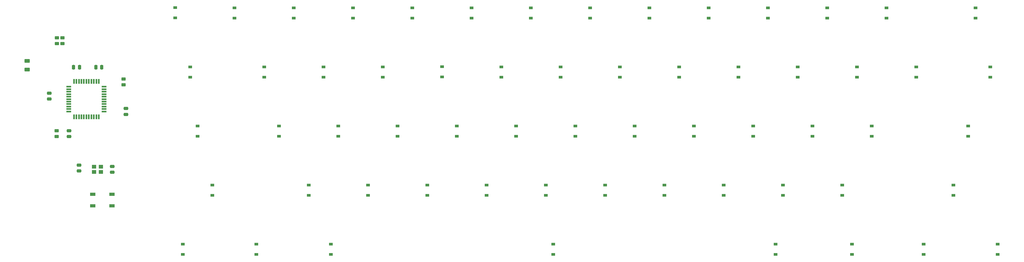
<source format=gtp>
G04 #@! TF.GenerationSoftware,KiCad,Pcbnew,(6.0.9)*
G04 #@! TF.CreationDate,2023-03-10T16:35:17-06:00*
G04 #@! TF.ProjectId,BasePCB,42617365-5043-4422-9e6b-696361645f70,rev?*
G04 #@! TF.SameCoordinates,Original*
G04 #@! TF.FileFunction,Paste,Top*
G04 #@! TF.FilePolarity,Positive*
%FSLAX46Y46*%
G04 Gerber Fmt 4.6, Leading zero omitted, Abs format (unit mm)*
G04 Created by KiCad (PCBNEW (6.0.9)) date 2023-03-10 16:35:17*
%MOMM*%
%LPD*%
G01*
G04 APERTURE LIST*
G04 Aperture macros list*
%AMRoundRect*
0 Rectangle with rounded corners*
0 $1 Rounding radius*
0 $2 $3 $4 $5 $6 $7 $8 $9 X,Y pos of 4 corners*
0 Add a 4 corners polygon primitive as box body*
4,1,4,$2,$3,$4,$5,$6,$7,$8,$9,$2,$3,0*
0 Add four circle primitives for the rounded corners*
1,1,$1+$1,$2,$3*
1,1,$1+$1,$4,$5*
1,1,$1+$1,$6,$7*
1,1,$1+$1,$8,$9*
0 Add four rect primitives between the rounded corners*
20,1,$1+$1,$2,$3,$4,$5,0*
20,1,$1+$1,$4,$5,$6,$7,0*
20,1,$1+$1,$6,$7,$8,$9,0*
20,1,$1+$1,$8,$9,$2,$3,0*%
G04 Aperture macros list end*
%ADD10RoundRect,0.250000X-0.450000X0.262500X-0.450000X-0.262500X0.450000X-0.262500X0.450000X0.262500X0*%
%ADD11RoundRect,0.250000X0.250000X0.475000X-0.250000X0.475000X-0.250000X-0.475000X0.250000X-0.475000X0*%
%ADD12R,1.200000X0.900000*%
%ADD13RoundRect,0.250000X0.450000X-0.262500X0.450000X0.262500X-0.450000X0.262500X-0.450000X-0.262500X0*%
%ADD14R,1.800000X1.100000*%
%ADD15R,1.500000X0.550000*%
%ADD16R,0.550000X1.500000*%
%ADD17RoundRect,0.250000X0.475000X-0.250000X0.475000X0.250000X-0.475000X0.250000X-0.475000X-0.250000X0*%
%ADD18R,1.400000X1.200000*%
%ADD19RoundRect,0.250000X0.625000X-0.375000X0.625000X0.375000X-0.625000X0.375000X-0.625000X-0.375000X0*%
%ADD20RoundRect,0.250000X-0.250000X-0.475000X0.250000X-0.475000X0.250000X0.475000X-0.250000X0.475000X0*%
%ADD21RoundRect,0.250000X-0.475000X0.250000X-0.475000X-0.250000X0.475000X-0.250000X0.475000X0.250000X0*%
G04 APERTURE END LIST*
D10*
X-128524000Y120546500D03*
X-128524000Y118721500D03*
D11*
X-114143750Y111125000D03*
X-116043750Y111125000D03*
D12*
X-19050000Y88837500D03*
X-19050000Y92137500D03*
D13*
X-107156250Y105450000D03*
X-107156250Y107275000D03*
D12*
X128587500Y107887500D03*
X128587500Y111187500D03*
X-52387500Y126937500D03*
X-52387500Y130237500D03*
D14*
X-110819000Y66412500D03*
X-117019000Y70112500D03*
X-110819000Y70112500D03*
X-117019000Y66412500D03*
D12*
X0Y88837500D03*
X0Y92137500D03*
X-90487500Y127000000D03*
X-90487500Y130300000D03*
D15*
X-124762500Y104806250D03*
X-124762500Y104006250D03*
X-124762500Y103206250D03*
X-124762500Y102406250D03*
X-124762500Y101606250D03*
X-124762500Y100806250D03*
X-124762500Y100006250D03*
X-124762500Y99206250D03*
X-124762500Y98406250D03*
X-124762500Y97606250D03*
X-124762500Y96806250D03*
D16*
X-123062500Y95106250D03*
X-122262500Y95106250D03*
X-121462500Y95106250D03*
X-120662500Y95106250D03*
X-119862500Y95106250D03*
X-119062500Y95106250D03*
X-118262500Y95106250D03*
X-117462500Y95106250D03*
X-116662500Y95106250D03*
X-115862500Y95106250D03*
X-115062500Y95106250D03*
D15*
X-113362500Y96806250D03*
X-113362500Y97606250D03*
X-113362500Y98406250D03*
X-113362500Y99206250D03*
X-113362500Y100006250D03*
X-113362500Y100806250D03*
X-113362500Y101606250D03*
X-113362500Y102406250D03*
X-113362500Y103206250D03*
X-113362500Y104006250D03*
X-113362500Y104806250D03*
D16*
X-115062500Y106506250D03*
X-115862500Y106506250D03*
X-116662500Y106506250D03*
X-117462500Y106506250D03*
X-118262500Y106506250D03*
X-119062500Y106506250D03*
X-119862500Y106506250D03*
X-120662500Y106506250D03*
X-121462500Y106506250D03*
X-122262500Y106506250D03*
X-123062500Y106506250D03*
D12*
X-78581250Y69787500D03*
X-78581250Y73087500D03*
X38100000Y88837500D03*
X38100000Y92137500D03*
X47625000Y69787500D03*
X47625000Y73087500D03*
X114300000Y88837500D03*
X114300000Y92137500D03*
X173831250Y50737500D03*
X173831250Y54037500D03*
D17*
X-110744000Y77216000D03*
X-110744000Y79116000D03*
D12*
X-61912500Y107887500D03*
X-61912500Y111187500D03*
X4762500Y126937500D03*
X4762500Y130237500D03*
X30956250Y50737500D03*
X30956250Y54037500D03*
X-9525000Y69787500D03*
X-9525000Y73087500D03*
D17*
X-124618750Y88743750D03*
X-124618750Y90643750D03*
D12*
X100012500Y126937500D03*
X100012500Y130237500D03*
X-33337500Y126937500D03*
X-33337500Y130237500D03*
X-64452500Y50737500D03*
X-64452500Y54037500D03*
X-23812500Y107887500D03*
X-23812500Y111187500D03*
X127000000Y50737500D03*
X127000000Y54037500D03*
X23812500Y126937500D03*
X23812500Y130237500D03*
D18*
X-116567500Y77297500D03*
X-114367500Y77297500D03*
X-114367500Y78997500D03*
X-116567500Y78997500D03*
D12*
X80962500Y126937500D03*
X80962500Y130237500D03*
X138112500Y126937500D03*
X138112500Y130237500D03*
X-71437500Y126937500D03*
X-71437500Y130237500D03*
X-38100000Y88837500D03*
X-38100000Y92137500D03*
X14287500Y107887500D03*
X14287500Y111187500D03*
X102393750Y50737500D03*
X102393750Y54037500D03*
X-14287500Y126937500D03*
X-14287500Y130237500D03*
X66675000Y69787500D03*
X66675000Y73087500D03*
X90487500Y107887500D03*
X90487500Y111187500D03*
X42862500Y126937500D03*
X42862500Y130237500D03*
X164306250Y88837500D03*
X164306250Y92137500D03*
D17*
X-121443750Y77631250D03*
X-121443750Y79531250D03*
D12*
X71437500Y107887500D03*
X71437500Y111187500D03*
X150018750Y50737500D03*
X150018750Y54037500D03*
X159543750Y69787500D03*
X159543750Y73087500D03*
X52387500Y107887500D03*
X52387500Y111187500D03*
D19*
X-138112500Y110331250D03*
X-138112500Y113131250D03*
D12*
X76200000Y88837500D03*
X76200000Y92137500D03*
X-88106250Y50737500D03*
X-88106250Y54037500D03*
X-47625000Y69787500D03*
X-47625000Y73087500D03*
X28575000Y69787500D03*
X28575000Y73087500D03*
X61912500Y126937500D03*
X61912500Y130237500D03*
X57150000Y88837500D03*
X57150000Y92137500D03*
X109537500Y107887500D03*
X109537500Y111187500D03*
X-85725000Y107887500D03*
X-85725000Y111187500D03*
D20*
X-123187500Y111125000D03*
X-121287500Y111125000D03*
D12*
X-40481250Y50737500D03*
X-40481250Y54037500D03*
X85725000Y69787500D03*
X85725000Y73087500D03*
X147637500Y107887500D03*
X147637500Y111187500D03*
X-83343750Y88837500D03*
X-83343750Y92137500D03*
X166687500Y126937500D03*
X166687500Y130237500D03*
X9525000Y69787500D03*
X9525000Y73087500D03*
X-57150000Y88837500D03*
X-57150000Y92137500D03*
D17*
X-130975000Y100825000D03*
X-130975000Y102725000D03*
D12*
X33337500Y107887500D03*
X33337500Y111187500D03*
X119062500Y126937500D03*
X119062500Y130237500D03*
X104775000Y69787500D03*
X104775000Y73087500D03*
X-42862500Y107887500D03*
X-42862500Y111187500D03*
X171450000Y107887500D03*
X171450000Y111187500D03*
D13*
X-128587500Y88781250D03*
X-128587500Y90606250D03*
D10*
X-126746000Y120546500D03*
X-126746000Y118721500D03*
D12*
X133350000Y88837500D03*
X133350000Y92137500D03*
X-28575000Y69787500D03*
X-28575000Y73087500D03*
D21*
X-106362500Y97787500D03*
X-106362500Y95887500D03*
D12*
X19050000Y88837500D03*
X19050000Y92137500D03*
X123825000Y69787500D03*
X123825000Y73087500D03*
X-4762500Y107950000D03*
X-4762500Y111250000D03*
X95250000Y88837500D03*
X95250000Y92137500D03*
M02*

</source>
